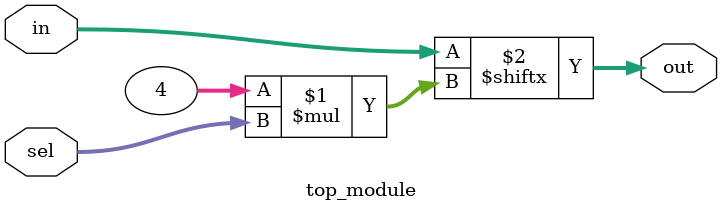
<source format=sv>
module top_module (
    input [1023:0] in,
    input [7:0] sel,
    output [3:0] out
);

assign out = in[(4 * (sel + 1)) - 1 : 4 * sel];

endmodule

</source>
